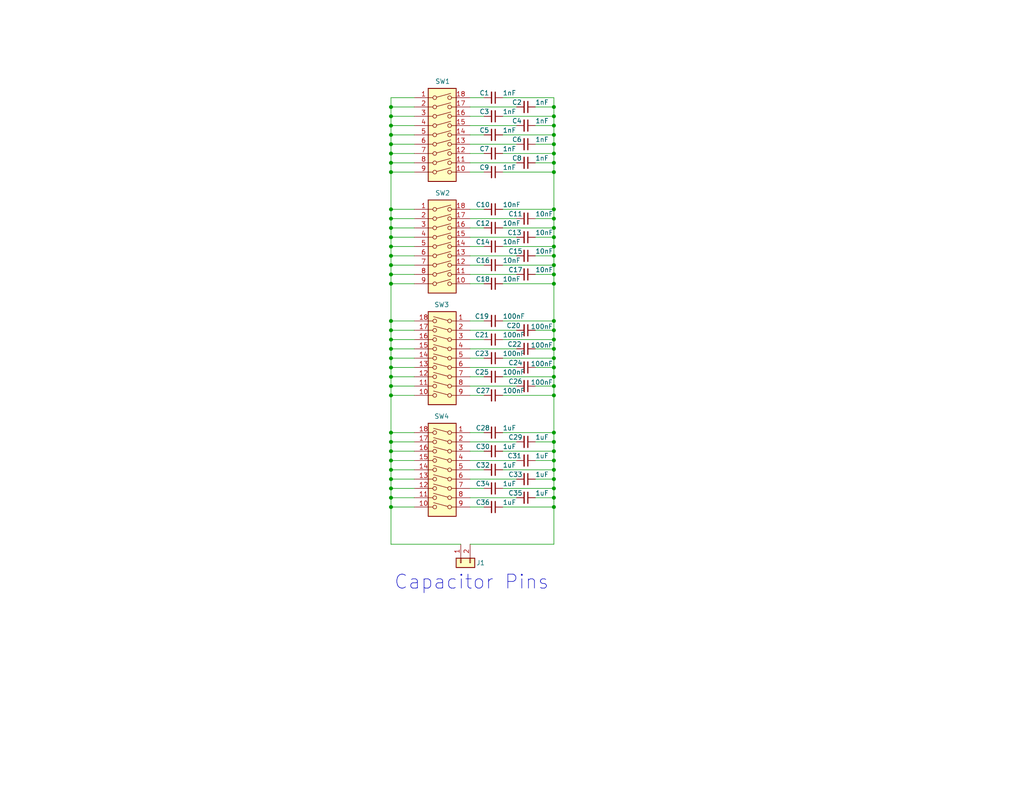
<source format=kicad_sch>
(kicad_sch (version 20231120) (generator "eeschema") (generator_version "8.0")
  (paper "A")
  (title_block (title "Capacitor Bank") (date "2024-07-31") (rev "1") (company "Gadget Reboot") (comment 1 "https://www.youtube.com/gadgetreboot") (comment 2 "https://github.com/GadgetReboot/Capacitor_Bank"))
  (lib_symbols
    (symbol "Connector_Generic:Conn_01x02" (pin_names (offset 1.016) hide)
      (property "Reference" "J" (at 0 2.54 0))
      (property "Value" "Conn_01x02" (at 0 -5.08 0))
      (symbol "Conn_01x02_1_1"
        (rectangle (start -1.27 -2.413) (end 0 -2.667) (stroke (width 0.1524)))
        (rectangle (start -1.27 0.127) (end 0 -0.127) (stroke (width 0.1524)))
        (rectangle (start -1.27 1.27) (end 1.27 -3.81) (stroke (width 0.254)) (fill (type background)))
        (pin passive line (at -5.08 0 0) (length 3.81) (name "Pin_1") (number "1"))
        (pin passive line (at -5.08 -2.54 0) (length 3.81) (name "Pin_2") (number "2"))
      )
    )
    (symbol "Device:C_Small" (pin_numbers hide) (pin_names (offset 0.254) hide)
      (property "Reference" "C" (at 0.254 1.778 0))
      (property "Value" "C_Small" (at 0.254 -2.032 0))
      (symbol "C_Small_0_1"
        (polyline (pts (xy -1.524 -0.508) (xy 1.524 -0.508)) (stroke (width 0.3302)))
        (polyline (pts (xy -1.524 0.508) (xy 1.524 0.508)) (stroke (width 0.3048)))
      )
      (symbol "C_Small_1_1"
        (pin passive line (at 0 2.54 270) (length 2.032) (name "~") (number "1"))
        (pin passive line (at 0 -2.54 90) (length 2.032) (name "~") (number "2"))
      )
    )
    (symbol "Switch:SW_DIP_x09" (pin_names (offset 0) hide)
      (property "Reference" "SW" (at 0 13.97 0))
      (property "Value" "SW_DIP_x09" (at 0 -13.97 0))
      (symbol "SW_DIP_x09_0_0"
        (circle (center -2.032 -10.16) (radius 0.508))
        (circle (center -2.032 -7.62) (radius 0.508))
        (circle (center -2.032 -5.08) (radius 0.508))
        (circle (center -2.032 -2.54) (radius 0.508))
        (circle (center -2.032 0) (radius 0.508))
        (circle (center -2.032 2.54) (radius 0.508))
        (circle (center -2.032 5.08) (radius 0.508))
        (circle (center -2.032 7.62) (radius 0.508))
        (circle (center -2.032 10.16) (radius 0.508))
        (polyline (pts (xy -1.524 -10.0076) (xy 2.3622 -8.9662)))
        (polyline (pts (xy -1.524 -7.4676) (xy 2.3622 -6.4262)))
        (polyline (pts (xy -1.524 -4.9276) (xy 2.3622 -3.8862)))
        (polyline (pts (xy -1.524 -2.3876) (xy 2.3622 -1.3462)))
        (polyline (pts (xy -1.524 0.127) (xy 2.3622 1.1684)))
        (polyline (pts (xy -1.524 2.667) (xy 2.3622 3.7084)))
        (polyline (pts (xy -1.524 5.207) (xy 2.3622 6.2484)))
        (polyline (pts (xy -1.524 7.747) (xy 2.3622 8.7884)))
        (polyline (pts (xy -1.524 10.287) (xy 2.3622 11.3284)))
        (circle (center 2.032 -10.16) (radius 0.508))
        (circle (center 2.032 -7.62) (radius 0.508))
        (circle (center 2.032 -5.08) (radius 0.508))
        (circle (center 2.032 -2.54) (radius 0.508))
        (circle (center 2.032 0) (radius 0.508))
        (circle (center 2.032 2.54) (radius 0.508))
        (circle (center 2.032 5.08) (radius 0.508))
        (circle (center 2.032 7.62) (radius 0.508))
        (circle (center 2.032 10.16) (radius 0.508))
      )
      (symbol "SW_DIP_x09_0_1"
        (rectangle (start -3.81 12.7) (end 3.81 -12.7) (stroke (width 0.254)) (fill (type background)))
      )
      (symbol "SW_DIP_x09_1_1"
        (pin passive line (at -7.62 10.16 0) (length 5.08) (name "~") (number "1"))
        (pin passive line (at 7.62 -10.16 180) (length 5.08) (name "~") (number "10"))
        (pin passive line (at 7.62 -7.62 180) (length 5.08) (name "~") (number "11"))
        (pin passive line (at 7.62 -5.08 180) (length 5.08) (name "~") (number "12"))
        (pin passive line (at 7.62 -2.54 180) (length 5.08) (name "~") (number "13"))
        (pin passive line (at 7.62 0 180) (length 5.08) (name "~") (number "14"))
        (pin passive line (at 7.62 2.54 180) (length 5.08) (name "~") (number "15"))
        (pin passive line (at 7.62 5.08 180) (length 5.08) (name "~") (number "16"))
        (pin passive line (at 7.62 7.62 180) (length 5.08) (name "~") (number "17"))
        (pin passive line (at 7.62 10.16 180) (length 5.08) (name "~") (number "18"))
        (pin passive line (at -7.62 7.62 0) (length 5.08) (name "~") (number "2"))
        (pin passive line (at -7.62 5.08 0) (length 5.08) (name "~") (number "3"))
        (pin passive line (at -7.62 2.54 0) (length 5.08) (name "~") (number "4"))
        (pin passive line (at -7.62 0 0) (length 5.08) (name "~") (number "5"))
        (pin passive line (at -7.62 -2.54 0) (length 5.08) (name "~") (number "6"))
        (pin passive line (at -7.62 -5.08 0) (length 5.08) (name "~") (number "7"))
        (pin passive line (at -7.62 -7.62 0) (length 5.08) (name "~") (number "8"))
        (pin passive line (at -7.62 -10.16 0) (length 5.08) (name "~") (number "9"))
      )
    )
  )
  (junction (at 151.13 130.81))
  (junction (at 151.13 120.65))
  (junction (at 106.68 125.73))
  (junction (at 151.13 92.71))
  (junction (at 151.13 118.11))
  (junction (at 151.13 44.45))
  (junction (at 106.68 44.45))
  (junction (at 106.68 120.65))
  (junction (at 151.13 90.17))
  (junction (at 106.68 118.11))
  (junction (at 151.13 95.25))
  (junction (at 106.68 87.63))
  (junction (at 151.13 87.63))
  (junction (at 151.13 29.21))
  (junction (at 151.13 74.93))
  (junction (at 151.13 57.15))
  (junction (at 151.13 77.47))
  (junction (at 106.68 46.99))
  (junction (at 151.13 41.91))
  (junction (at 106.68 41.91))
  (junction (at 151.13 135.89))
  (junction (at 106.68 102.87))
  (junction (at 106.68 39.37))
  (junction (at 151.13 39.37))
  (junction (at 106.68 107.95))
  (junction (at 106.68 90.17))
  (junction (at 151.13 100.33))
  (junction (at 106.68 57.15))
  (junction (at 106.68 133.35))
  (junction (at 151.13 64.77))
  (junction (at 151.13 31.75))
  (junction (at 106.68 105.41))
  (junction (at 151.13 125.73))
  (junction (at 106.68 72.39))
  (junction (at 106.68 34.29))
  (junction (at 151.13 102.87))
  (junction (at 106.68 138.43))
  (junction (at 106.68 135.89))
  (junction (at 151.13 123.19))
  (junction (at 151.13 69.85))
  (junction (at 106.68 69.85))
  (junction (at 106.68 130.81))
  (junction (at 151.13 105.41))
  (junction (at 151.13 62.23))
  (junction (at 106.68 64.77))
  (junction (at 151.13 34.29))
  (junction (at 106.68 123.19))
  (junction (at 106.68 62.23))
  (junction (at 151.13 133.35))
  (junction (at 151.13 46.99))
  (junction (at 106.68 59.69))
  (junction (at 106.68 29.21))
  (junction (at 106.68 67.31))
  (junction (at 106.68 97.79))
  (junction (at 151.13 72.39))
  (junction (at 106.68 100.33))
  (junction (at 151.13 138.43))
  (junction (at 151.13 97.79))
  (junction (at 106.68 128.27))
  (junction (at 106.68 74.93))
  (junction (at 151.13 36.83))
  (junction (at 151.13 128.27))
  (junction (at 106.68 95.25))
  (junction (at 151.13 107.95))
  (junction (at 151.13 59.69))
  (junction (at 106.68 92.71))
  (junction (at 106.68 77.47))
  (junction (at 106.68 31.75))
  (junction (at 151.13 67.31))
  (junction (at 106.68 36.83))
  (wire (pts (xy 106.68 130.81) (xy 106.68 128.27)))
  (wire (pts (xy 106.68 135.89) (xy 113.03 135.89)))
  (wire (pts (xy 106.68 62.23) (xy 106.68 59.69)))
  (wire (pts (xy 128.27 74.93) (xy 140.97 74.93)))
  (wire (pts (xy 146.05 59.69) (xy 151.13 59.69)))
  (wire (pts (xy 128.27 125.73) (xy 140.97 125.73)))
  (wire (pts (xy 106.68 130.81) (xy 113.03 130.81)))
  (wire (pts (xy 106.68 128.27) (xy 113.03 128.27)))
  (wire (pts (xy 146.05 120.65) (xy 151.13 120.65)))
  (wire (pts (xy 128.27 59.69) (xy 140.97 59.69)))
  (wire (pts (xy 146.05 95.25) (xy 151.13 95.25)))
  (wire (pts (xy 106.68 87.63) (xy 113.03 87.63)))
  (wire (pts (xy 106.68 95.25) (xy 106.68 92.71)))
  (wire (pts (xy 106.68 105.41) (xy 106.68 102.87)))
  (wire (pts (xy 128.27 90.17) (xy 140.97 90.17)))
  (wire (pts (xy 151.13 107.95) (xy 151.13 105.41)))
  (wire (pts (xy 146.05 34.29) (xy 151.13 34.29)))
  (wire (pts (xy 106.68 118.11) (xy 113.03 118.11)))
  (wire (pts (xy 106.68 41.91) (xy 113.03 41.91)))
  (wire (pts (xy 128.27 95.25) (xy 140.97 95.25)))
  (wire (pts (xy 151.13 125.73) (xy 151.13 123.19)))
  (wire (pts (xy 106.68 133.35) (xy 113.03 133.35)))
  (wire (pts (xy 106.68 77.47) (xy 106.68 87.63)))
  (wire (pts (xy 106.68 100.33) (xy 106.68 97.79)))
  (wire (pts (xy 106.68 100.33) (xy 113.03 100.33)))
  (wire (pts (xy 128.27 105.41) (xy 140.97 105.41)))
  (wire (pts (xy 128.27 133.35) (xy 132.08 133.35)))
  (wire (pts (xy 106.68 92.71) (xy 106.68 90.17)))
  (wire (pts (xy 137.16 128.27) (xy 151.13 128.27)))
  (wire (pts (xy 137.16 92.71) (xy 151.13 92.71)))
  (wire (pts (xy 106.68 133.35) (xy 106.68 130.81)))
  (wire (pts (xy 128.27 36.83) (xy 132.08 36.83)))
  (wire (pts (xy 106.68 31.75) (xy 106.68 29.21)))
  (wire (pts (xy 106.68 36.83) (xy 106.68 34.29)))
  (wire (pts (xy 137.16 41.91) (xy 151.13 41.91)))
  (wire (pts (xy 146.05 135.89) (xy 151.13 135.89)))
  (wire (pts (xy 106.68 74.93) (xy 113.03 74.93)))
  (wire (pts (xy 128.27 107.95) (xy 132.08 107.95)))
  (wire (pts (xy 146.05 64.77) (xy 151.13 64.77)))
  (wire (pts (xy 146.05 125.73) (xy 151.13 125.73)))
  (wire (pts (xy 106.68 59.69) (xy 113.03 59.69)))
  (wire (pts (xy 106.68 77.47) (xy 106.68 74.93)))
  (wire (pts (xy 128.27 138.43) (xy 132.08 138.43)))
  (wire (pts (xy 151.13 128.27) (xy 151.13 125.73)))
  (wire (pts (xy 128.27 31.75) (xy 132.08 31.75)))
  (wire (pts (xy 128.27 123.19) (xy 132.08 123.19)))
  (wire (pts (xy 113.03 107.95) (xy 106.68 107.95)))
  (wire (pts (xy 106.68 148.59) (xy 125.73 148.59)))
  (wire (pts (xy 151.13 69.85) (xy 151.13 67.31)))
  (wire (pts (xy 106.68 46.99) (xy 106.68 44.45)))
  (wire (pts (xy 106.68 97.79) (xy 113.03 97.79)))
  (wire (pts (xy 128.27 57.15) (xy 132.08 57.15)))
  (wire (pts (xy 137.16 46.99) (xy 151.13 46.99)))
  (wire (pts (xy 137.16 26.67) (xy 151.13 26.67)))
  (wire (pts (xy 151.13 46.99) (xy 151.13 44.45)))
  (wire (pts (xy 128.27 148.59) (xy 151.13 148.59)))
  (wire (pts (xy 106.68 29.21) (xy 106.68 26.67)))
  (wire (pts (xy 128.27 39.37) (xy 140.97 39.37)))
  (wire (pts (xy 128.27 62.23) (xy 132.08 62.23)))
  (wire (pts (xy 151.13 67.31) (xy 151.13 64.77)))
  (wire (pts (xy 151.13 148.59) (xy 151.13 138.43)))
  (wire (pts (xy 106.68 72.39) (xy 113.03 72.39)))
  (wire (pts (xy 106.68 69.85) (xy 106.68 67.31)))
  (wire (pts (xy 151.13 92.71) (xy 151.13 90.17)))
  (wire (pts (xy 151.13 41.91) (xy 151.13 39.37)))
  (wire (pts (xy 113.03 138.43) (xy 106.68 138.43)))
  (wire (pts (xy 146.05 29.21) (xy 151.13 29.21)))
  (wire (pts (xy 106.68 102.87) (xy 106.68 100.33)))
  (wire (pts (xy 128.27 128.27) (xy 132.08 128.27)))
  (wire (pts (xy 137.16 102.87) (xy 151.13 102.87)))
  (wire (pts (xy 106.68 125.73) (xy 113.03 125.73)))
  (wire (pts (xy 151.13 72.39) (xy 151.13 69.85)))
  (wire (pts (xy 128.27 26.67) (xy 132.08 26.67)))
  (wire (pts (xy 128.27 64.77) (xy 140.97 64.77)))
  (wire (pts (xy 106.68 102.87) (xy 113.03 102.87)))
  (wire (pts (xy 106.68 138.43) (xy 106.68 135.89)))
  (wire (pts (xy 151.13 138.43) (xy 151.13 135.89)))
  (wire (pts (xy 106.68 107.95) (xy 106.68 105.41)))
  (wire (pts (xy 106.68 39.37) (xy 113.03 39.37)))
  (wire (pts (xy 151.13 36.83) (xy 151.13 34.29)))
  (wire (pts (xy 146.05 74.93) (xy 151.13 74.93)))
  (wire (pts (xy 113.03 46.99) (xy 106.68 46.99)))
  (wire (pts (xy 151.13 90.17) (xy 151.13 87.63)))
  (wire (pts (xy 128.27 34.29) (xy 140.97 34.29)))
  (wire (pts (xy 137.16 36.83) (xy 151.13 36.83)))
  (wire (pts (xy 106.68 62.23) (xy 113.03 62.23)))
  (wire (pts (xy 151.13 97.79) (xy 151.13 95.25)))
  (wire (pts (xy 128.27 118.11) (xy 132.08 118.11)))
  (wire (pts (xy 106.68 120.65) (xy 113.03 120.65)))
  (wire (pts (xy 106.68 135.89) (xy 106.68 133.35)))
  (wire (pts (xy 128.27 77.47) (xy 132.08 77.47)))
  (wire (pts (xy 137.16 107.95) (xy 151.13 107.95)))
  (wire (pts (xy 128.27 44.45) (xy 140.97 44.45)))
  (wire (pts (xy 106.68 26.67) (xy 113.03 26.67)))
  (wire (pts (xy 137.16 67.31) (xy 151.13 67.31)))
  (wire (pts (xy 106.68 125.73) (xy 106.68 123.19)))
  (wire (pts (xy 106.68 39.37) (xy 106.68 36.83)))
  (wire (pts (xy 146.05 130.81) (xy 151.13 130.81)))
  (wire (pts (xy 137.16 133.35) (xy 151.13 133.35)))
  (wire (pts (xy 106.68 120.65) (xy 106.68 118.11)))
  (wire (pts (xy 146.05 69.85) (xy 151.13 69.85)))
  (wire (pts (xy 137.16 97.79) (xy 151.13 97.79)))
  (wire (pts (xy 106.68 74.93) (xy 106.68 72.39)))
  (wire (pts (xy 106.68 128.27) (xy 106.68 125.73)))
  (wire (pts (xy 137.16 118.11) (xy 151.13 118.11)))
  (wire (pts (xy 151.13 102.87) (xy 151.13 100.33)))
  (wire (pts (xy 106.68 92.71) (xy 113.03 92.71)))
  (wire (pts (xy 137.16 123.19) (xy 151.13 123.19)))
  (wire (pts (xy 128.27 46.99) (xy 132.08 46.99)))
  (wire (pts (xy 106.68 44.45) (xy 113.03 44.45)))
  (wire (pts (xy 151.13 118.11) (xy 151.13 107.95)))
  (wire (pts (xy 106.68 95.25) (xy 113.03 95.25)))
  (wire (pts (xy 151.13 130.81) (xy 151.13 128.27)))
  (wire (pts (xy 128.27 100.33) (xy 140.97 100.33)))
  (wire (pts (xy 137.16 72.39) (xy 151.13 72.39)))
  (wire (pts (xy 146.05 100.33) (xy 151.13 100.33)))
  (wire (pts (xy 151.13 59.69) (xy 151.13 57.15)))
  (wire (pts (xy 106.68 44.45) (xy 106.68 41.91)))
  (wire (pts (xy 128.27 67.31) (xy 132.08 67.31)))
  (wire (pts (xy 151.13 95.25) (xy 151.13 92.71)))
  (wire (pts (xy 151.13 133.35) (xy 151.13 130.81)))
  (wire (pts (xy 128.27 97.79) (xy 132.08 97.79)))
  (wire (pts (xy 151.13 120.65) (xy 151.13 118.11)))
  (wire (pts (xy 151.13 105.41) (xy 151.13 102.87)))
  (wire (pts (xy 128.27 92.71) (xy 132.08 92.71)))
  (wire (pts (xy 151.13 74.93) (xy 151.13 72.39)))
  (wire (pts (xy 151.13 44.45) (xy 151.13 41.91)))
  (wire (pts (xy 106.68 72.39) (xy 106.68 69.85)))
  (wire (pts (xy 151.13 29.21) (xy 151.13 26.67)))
  (wire (pts (xy 106.68 67.31) (xy 106.68 64.77)))
  (wire (pts (xy 128.27 120.65) (xy 140.97 120.65)))
  (wire (pts (xy 137.16 138.43) (xy 151.13 138.43)))
  (wire (pts (xy 106.68 29.21) (xy 113.03 29.21)))
  (wire (pts (xy 151.13 31.75) (xy 151.13 29.21)))
  (wire (pts (xy 106.68 123.19) (xy 113.03 123.19)))
  (wire (pts (xy 146.05 44.45) (xy 151.13 44.45)))
  (wire (pts (xy 137.16 77.47) (xy 151.13 77.47)))
  (wire (pts (xy 106.68 90.17) (xy 106.68 87.63)))
  (wire (pts (xy 113.03 77.47) (xy 106.68 77.47)))
  (wire (pts (xy 106.68 59.69) (xy 106.68 57.15)))
  (wire (pts (xy 106.68 69.85) (xy 113.03 69.85)))
  (wire (pts (xy 106.68 67.31) (xy 113.03 67.31)))
  (wire (pts (xy 151.13 64.77) (xy 151.13 62.23)))
  (wire (pts (xy 106.68 57.15) (xy 113.03 57.15)))
  (wire (pts (xy 146.05 39.37) (xy 151.13 39.37)))
  (wire (pts (xy 151.13 77.47) (xy 151.13 74.93)))
  (wire (pts (xy 151.13 57.15) (xy 151.13 46.99)))
  (wire (pts (xy 151.13 123.19) (xy 151.13 120.65)))
  (wire (pts (xy 128.27 72.39) (xy 132.08 72.39)))
  (wire (pts (xy 106.68 36.83) (xy 113.03 36.83)))
  (wire (pts (xy 128.27 130.81) (xy 140.97 130.81)))
  (wire (pts (xy 151.13 135.89) (xy 151.13 133.35)))
  (wire (pts (xy 128.27 29.21) (xy 140.97 29.21)))
  (wire (pts (xy 151.13 34.29) (xy 151.13 31.75)))
  (wire (pts (xy 106.68 46.99) (xy 106.68 57.15)))
  (wire (pts (xy 106.68 90.17) (xy 113.03 90.17)))
  (wire (pts (xy 106.68 107.95) (xy 106.68 118.11)))
  (wire (pts (xy 128.27 102.87) (xy 132.08 102.87)))
  (wire (pts (xy 106.68 148.59) (xy 106.68 138.43)))
  (wire (pts (xy 146.05 105.41) (xy 151.13 105.41)))
  (wire (pts (xy 151.13 39.37) (xy 151.13 36.83)))
  (wire (pts (xy 151.13 87.63) (xy 151.13 77.47)))
  (wire (pts (xy 137.16 87.63) (xy 151.13 87.63)))
  (wire (pts (xy 106.68 64.77) (xy 113.03 64.77)))
  (wire (pts (xy 106.68 64.77) (xy 106.68 62.23)))
  (wire (pts (xy 137.16 31.75) (xy 151.13 31.75)))
  (wire (pts (xy 106.68 34.29) (xy 113.03 34.29)))
  (wire (pts (xy 106.68 123.19) (xy 106.68 120.65)))
  (wire (pts (xy 128.27 41.91) (xy 132.08 41.91)))
  (wire (pts (xy 106.68 31.75) (xy 113.03 31.75)))
  (wire (pts (xy 151.13 62.23) (xy 151.13 59.69)))
  (wire (pts (xy 151.13 100.33) (xy 151.13 97.79)))
  (wire (pts (xy 137.16 62.23) (xy 151.13 62.23)))
  (wire (pts (xy 128.27 69.85) (xy 140.97 69.85)))
  (wire (pts (xy 106.68 97.79) (xy 106.68 95.25)))
  (wire (pts (xy 146.05 90.17) (xy 151.13 90.17)))
  (wire (pts (xy 137.16 57.15) (xy 151.13 57.15)))
  (wire (pts (xy 128.27 135.89) (xy 140.97 135.89)))
  (wire (pts (xy 106.68 105.41) (xy 113.03 105.41)))
  (wire (pts (xy 128.27 87.63) (xy 132.08 87.63)))
  (wire (pts (xy 106.68 41.91) (xy 106.68 39.37)))
  (wire (pts (xy 106.68 34.29) (xy 106.68 31.75)))
  (text "Capacitor Pins" (at 107.442 161.29 0) (effects (font (size 3.81 3.81)) (justify left bottom)))
  (symbol (lib_id "Device:C_Small") (at 134.62 41.91 270) (unit 1)
    (property "Reference" "C7" (at 130.81 40.64 90) (effects (justify left)))
    (property "Value" "1nF" (at 137.16 40.64 90) (effects (justify left)))
    (property "Footprint" "Capacitor_THT:C_Disc_D4.7mm_W2.5mm_P5.00mm" (effects (hide yes)))
  )
  (symbol (lib_id "Device:C_Small") (at 134.62 102.87 270) (unit 1)
    (property "Reference" "C25" (at 129.54 101.6 90) (effects (justify left)))
    (property "Value" "100nF" (at 137.16 101.6 90) (effects (justify left)))
    (property "Footprint" "Capacitor_THT:C_Disc_D10.5mm_W5.0mm_P7.50mm" (effects (hide yes)))
  )
  (symbol (lib_id "Device:C_Small") (at 134.62 67.31 270) (unit 1)
    (property "Reference" "C14" (at 129.794 66.04 90) (effects (justify left)))
    (property "Value" "10nF" (at 137.16 66.04 90) (effects (justify left)))
    (property "Footprint" "Capacitor_THT:C_Disc_D4.7mm_W2.5mm_P5.00mm" (effects (hide yes)))
  )
  (symbol (lib_id "Device:C_Small") (at 143.51 74.93 270) (unit 1)
    (property "Reference" "C17" (at 138.684 73.66 90) (effects (justify left)))
    (property "Value" "10nF" (at 146.05 73.66 90) (effects (justify left)))
    (property "Footprint" "Capacitor_THT:C_Disc_D4.7mm_W2.5mm_P5.00mm" (effects (hide yes)))
  )
  (symbol (lib_id "Device:C_Small") (at 134.62 97.79 270) (unit 1)
    (property "Reference" "C23" (at 129.54 96.52 90) (effects (justify left)))
    (property "Value" "100nF" (at 137.16 96.52 90) (effects (justify left)))
    (property "Footprint" "Capacitor_THT:C_Disc_D10.5mm_W5.0mm_P7.50mm" (effects (hide yes)))
  )
  (symbol (lib_id "Device:C_Small") (at 134.62 26.67 270) (unit 1)
    (property "Reference" "C1" (at 130.81 25.4 90) (effects (justify left)))
    (property "Value" "1nF" (at 137.16 25.4 90) (effects (justify left)))
    (property "Footprint" "Capacitor_THT:C_Disc_D4.7mm_W2.5mm_P5.00mm" (effects (hide yes)))
  )
  (symbol (lib_id "Device:C_Small") (at 134.62 138.43 270) (unit 1)
    (property "Reference" "C36" (at 129.794 137.16 90) (effects (justify left)))
    (property "Value" "1uF" (at 137.16 137.16 90) (effects (justify left)))
    (property "Footprint" "Capacitor_THT:C_Rect_L16.5mm_W5.0mm_P15.00mm_MKT" (effects (hide yes)))
  )
  (symbol (lib_id "Device:C_Small") (at 134.62 128.27 270) (unit 1)
    (property "Reference" "C32" (at 129.794 127 90) (effects (justify left)))
    (property "Value" "1uF" (at 137.16 127 90) (effects (justify left)))
    (property "Footprint" "Capacitor_THT:C_Rect_L16.5mm_W5.0mm_P15.00mm_MKT" (effects (hide yes)))
  )
  (symbol (lib_id "Device:C_Small") (at 143.51 69.85 270) (unit 1)
    (property "Reference" "C15" (at 138.684 68.58 90) (effects (justify left)))
    (property "Value" "10nF" (at 146.05 68.58 90) (effects (justify left)))
    (property "Footprint" "Capacitor_THT:C_Disc_D4.7mm_W2.5mm_P5.00mm" (effects (hide yes)))
  )
  (symbol (lib_id "Device:C_Small") (at 143.51 95.25 270) (unit 1)
    (property "Reference" "C22" (at 138.43 93.98 90) (effects (justify left)))
    (property "Value" "100nF" (at 144.78 94.234 90) (effects (justify left)))
    (property "Footprint" "Capacitor_THT:C_Disc_D10.5mm_W5.0mm_P7.50mm" (effects (hide yes)))
  )
  (symbol (lib_id "Device:C_Small") (at 143.51 29.21 270) (unit 1)
    (property "Reference" "C2" (at 139.7 27.94 90) (effects (justify left)))
    (property "Value" "1nF" (at 146.05 27.94 90) (effects (justify left)))
    (property "Footprint" "Capacitor_THT:C_Disc_D4.7mm_W2.5mm_P5.00mm" (effects (hide yes)))
  )
  (symbol (lib_id "Switch:SW_DIP_x09") (at 120.65 97.79 0) (mirror y) (unit 1)
    (property "Reference" "SW3" (at 120.523 83.185 0))
    (property "Value" "SW_DIP_x09" (effects (hide yes)))
    (property "Footprint" "Button_Switch_THT:SW_DIP_SPSTx09_Slide_9.78x25.04mm_W7.62mm_P2.54mm" (effects (hide yes)))
    (property "Description" "9x DIP Switch, Single Pole Single Throw (SPST) switch, small symbol" (effects (hide yes)))
  )
  (symbol (lib_id "Device:C_Small") (at 143.51 90.17 270) (unit 1)
    (property "Reference" "C20" (at 138.176 88.9 90) (effects (justify left)))
    (property "Value" "100nF" (at 144.78 89.154 90) (effects (justify left)))
    (property "Footprint" "Capacitor_THT:C_Disc_D10.5mm_W5.0mm_P7.50mm" (effects (hide yes)))
  )
  (symbol (lib_id "Device:C_Small") (at 143.51 125.73 270) (unit 1)
    (property "Reference" "C31" (at 138.43 124.46 90) (effects (justify left)))
    (property "Value" "1uF" (at 146.05 124.46 90) (effects (justify left)))
    (property "Footprint" "Capacitor_THT:C_Rect_L16.5mm_W5.0mm_P15.00mm_MKT" (effects (hide yes)))
  )
  (symbol (lib_id "Device:C_Small") (at 134.62 46.99 270) (unit 1)
    (property "Reference" "C9" (at 130.81 45.72 90) (effects (justify left)))
    (property "Value" "1nF" (at 137.16 45.72 90) (effects (justify left)))
    (property "Footprint" "Capacitor_THT:C_Disc_D4.7mm_W2.5mm_P5.00mm" (effects (hide yes)))
  )
  (symbol (lib_id "Device:C_Small") (at 134.62 118.11 270) (unit 1)
    (property "Reference" "C28" (at 129.794 116.84 90) (effects (justify left)))
    (property "Value" "1uF" (at 137.16 116.84 90) (effects (justify left)))
    (property "Footprint" "Capacitor_THT:C_Rect_L16.5mm_W5.0mm_P15.00mm_MKT" (effects (hide yes)))
  )
  (symbol (lib_id "Device:C_Small") (at 134.62 57.15 270) (unit 1)
    (property "Reference" "C10" (at 129.794 55.88 90) (effects (justify left)))
    (property "Value" "10nF" (at 137.16 55.88 90) (effects (justify left)))
    (property "Footprint" "Capacitor_THT:C_Disc_D4.7mm_W2.5mm_P5.00mm" (effects (hide yes)))
  )
  (symbol (lib_id "Connector_Generic:Conn_01x02") (at 125.73 153.67 90) (mirror x) (unit 1)
    (property "Reference" "J1" (at 132.3339 153.67 90) (effects (justify left)))
    (property "Value" "Conn_01x02" (effects (hide yes)))
    (property "Footprint" "Connector_PinHeader_2.54mm:PinHeader_1x02_P2.54mm_Vertical" (effects (hide yes)))
    (property "Description" "Generic connector, single row, 01x02, script generated (kicad-library-utils/schlib/autogen/connector/)" (effects (hide yes)))
  )
  (symbol (lib_id "Device:C_Small") (at 134.62 123.19 270) (unit 1)
    (property "Reference" "C30" (at 129.794 121.92 90) (effects (justify left)))
    (property "Value" "1uF" (at 137.16 121.92 90) (effects (justify left)))
    (property "Footprint" "Capacitor_THT:C_Rect_L16.5mm_W5.0mm_P15.00mm_MKT" (effects (hide yes)))
  )
  (symbol (lib_id "Device:C_Small") (at 134.62 62.23 270) (unit 1)
    (property "Reference" "C12" (at 129.794 60.96 90) (effects (justify left)))
    (property "Value" "10nF" (at 137.16 60.96 90) (effects (justify left)))
    (property "Footprint" "Capacitor_THT:C_Disc_D4.7mm_W2.5mm_P5.00mm" (effects (hide yes)))
  )
  (symbol (lib_id "Device:C_Small") (at 143.51 59.69 270) (unit 1)
    (property "Reference" "C11" (at 138.684 58.42 90) (effects (justify left)))
    (property "Value" "10nF" (at 146.05 58.42 90) (effects (justify left)))
    (property "Footprint" "Capacitor_THT:C_Disc_D4.7mm_W2.5mm_P5.00mm" (effects (hide yes)))
  )
  (symbol (lib_id "Device:C_Small") (at 134.62 87.63 270) (unit 1)
    (property "Reference" "C19" (at 129.54 86.36 90) (effects (justify left)))
    (property "Value" "100nF" (at 137.16 86.36 90) (effects (justify left)))
    (property "Footprint" "Capacitor_THT:C_Disc_D10.5mm_W5.0mm_P7.50mm" (effects (hide yes)))
  )
  (symbol (lib_id "Device:C_Small") (at 143.51 100.33 270) (unit 1)
    (property "Reference" "C24" (at 138.684 99.06 90) (effects (justify left)))
    (property "Value" "100nF" (at 144.78 99.314 90) (effects (justify left)))
    (property "Footprint" "Capacitor_THT:C_Disc_D10.5mm_W5.0mm_P7.50mm" (effects (hide yes)))
  )
  (symbol (lib_id "Device:C_Small") (at 143.51 34.29 270) (unit 1)
    (property "Reference" "C4" (at 139.7 33.02 90) (effects (justify left)))
    (property "Value" "1nF" (at 146.05 33.02 90) (effects (justify left)))
    (property "Footprint" "Capacitor_THT:C_Disc_D4.7mm_W2.5mm_P5.00mm" (effects (hide yes)))
  )
  (symbol (lib_id "Device:C_Small") (at 143.51 105.41 270) (unit 1)
    (property "Reference" "C26" (at 138.684 104.14 90) (effects (justify left)))
    (property "Value" "100nF" (at 144.78 104.394 90) (effects (justify left)))
    (property "Footprint" "Capacitor_THT:C_Disc_D10.5mm_W5.0mm_P7.50mm" (effects (hide yes)))
  )
  (symbol (lib_id "Device:C_Small") (at 134.62 31.75 270) (unit 1)
    (property "Reference" "C3" (at 130.81 30.48 90) (effects (justify left)))
    (property "Value" "1nF" (at 137.16 30.48 90) (effects (justify left)))
    (property "Footprint" "Capacitor_THT:C_Disc_D4.7mm_W2.5mm_P5.00mm" (effects (hide yes)))
  )
  (symbol (lib_id "Device:C_Small") (at 143.51 64.77 270) (unit 1)
    (property "Reference" "C13" (at 138.43 63.5 90) (effects (justify left)))
    (property "Value" "10nF" (at 146.05 63.5 90) (effects (justify left)))
    (property "Footprint" "Capacitor_THT:C_Disc_D4.7mm_W2.5mm_P5.00mm" (effects (hide yes)))
  )
  (symbol (lib_id "Device:C_Small") (at 134.62 107.95 270) (unit 1)
    (property "Reference" "C27" (at 129.794 106.68 90) (effects (justify left)))
    (property "Value" "100nF" (at 137.16 106.68 90) (effects (justify left)))
    (property "Footprint" "Capacitor_THT:C_Disc_D10.5mm_W5.0mm_P7.50mm" (effects (hide yes)))
  )
  (symbol (lib_id "Device:C_Small") (at 143.51 135.89 270) (unit 1)
    (property "Reference" "C35" (at 138.684 134.62 90) (effects (justify left)))
    (property "Value" "1uF" (at 146.05 134.62 90) (effects (justify left)))
    (property "Footprint" "Capacitor_THT:C_Rect_L16.5mm_W5.0mm_P15.00mm_MKT" (effects (hide yes)))
  )
  (symbol (lib_id "Device:C_Small") (at 143.51 120.65 270) (unit 1)
    (property "Reference" "C29" (at 138.684 119.38 90) (effects (justify left)))
    (property "Value" "1uF" (at 146.05 119.38 90) (effects (justify left)))
    (property "Footprint" "Capacitor_THT:C_Rect_L16.5mm_W5.0mm_P15.00mm_MKT" (effects (hide yes)))
  )
  (symbol (lib_id "Device:C_Small") (at 134.62 92.71 270) (unit 1)
    (property "Reference" "C21" (at 129.54 91.44 90) (effects (justify left)))
    (property "Value" "100nF" (at 137.16 91.44 90) (effects (justify left)))
    (property "Footprint" "Capacitor_THT:C_Disc_D10.5mm_W5.0mm_P7.50mm" (effects (hide yes)))
  )
  (symbol (lib_id "Device:C_Small") (at 134.62 36.83 270) (unit 1)
    (property "Reference" "C5" (at 130.81 35.56 90) (effects (justify left)))
    (property "Value" "1nF" (at 137.16 35.56 90) (effects (justify left)))
    (property "Footprint" "Capacitor_THT:C_Disc_D4.7mm_W2.5mm_P5.00mm" (effects (hide yes)))
  )
  (symbol (lib_id "Switch:SW_DIP_x09") (at 120.65 128.27 0) (mirror y) (unit 1)
    (property "Reference" "SW4" (at 120.523 113.665 0))
    (property "Value" "SW_DIP_x09" (effects (hide yes)))
    (property "Footprint" "Button_Switch_THT:SW_DIP_SPSTx09_Slide_9.78x25.04mm_W7.62mm_P2.54mm" (effects (hide yes)))
    (property "Description" "9x DIP Switch, Single Pole Single Throw (SPST) switch, small symbol" (effects (hide yes)))
  )
  (symbol (lib_id "Device:C_Small") (at 134.62 133.35 270) (unit 1)
    (property "Reference" "C34" (at 129.794 132.08 90) (effects (justify left)))
    (property "Value" "1uF" (at 137.16 132.08 90) (effects (justify left)))
    (property "Footprint" "Capacitor_THT:C_Rect_L16.5mm_W5.0mm_P15.00mm_MKT" (effects (hide yes)))
  )
  (symbol (lib_id "Switch:SW_DIP_x09") (at 120.65 36.83 0) (unit 1)
    (property "Reference" "SW1" (at 120.777 22.225 0))
    (property "Value" "SW_DIP_x09" (effects (hide yes)))
    (property "Footprint" "Button_Switch_THT:SW_DIP_SPSTx09_Slide_9.78x25.04mm_W7.62mm_P2.54mm" (effects (hide yes)))
    (property "Description" "9x DIP Switch, Single Pole Single Throw (SPST) switch, small symbol" (effects (hide yes)))
  )
  (symbol (lib_id "Device:C_Small") (at 134.62 72.39 270) (unit 1)
    (property "Reference" "C16" (at 129.794 71.12 90) (effects (justify left)))
    (property "Value" "10nF" (at 137.16 71.12 90) (effects (justify left)))
    (property "Footprint" "Capacitor_THT:C_Disc_D4.7mm_W2.5mm_P5.00mm" (effects (hide yes)))
  )
  (symbol (lib_id "Device:C_Small") (at 143.51 39.37 270) (unit 1)
    (property "Reference" "C6" (at 139.7 38.1 90) (effects (justify left)))
    (property "Value" "1nF" (at 146.05 38.1 90) (effects (justify left)))
    (property "Footprint" "Capacitor_THT:C_Disc_D4.7mm_W2.5mm_P5.00mm" (effects (hide yes)))
  )
  (symbol (lib_id "Device:C_Small") (at 134.62 77.47 270) (unit 1)
    (property "Reference" "C18" (at 129.794 76.2 90) (effects (justify left)))
    (property "Value" "10nF" (at 137.16 76.2 90) (effects (justify left)))
    (property "Footprint" "Capacitor_THT:C_Disc_D4.7mm_W2.5mm_P5.00mm" (effects (hide yes)))
  )
  (symbol (lib_id "Device:C_Small") (at 143.51 130.81 270) (unit 1)
    (property "Reference" "C33" (at 138.684 129.54 90) (effects (justify left)))
    (property "Value" "1uF" (at 146.05 129.54 90) (effects (justify left)))
    (property "Footprint" "Capacitor_THT:C_Rect_L16.5mm_W5.0mm_P15.00mm_MKT" (effects (hide yes)))
  )
  (symbol (lib_id "Switch:SW_DIP_x09") (at 120.65 67.31 0) (unit 1)
    (property "Reference" "SW2" (at 120.777 52.705 0))
    (property "Value" "SW_DIP_x09" (effects (hide yes)))
    (property "Footprint" "Button_Switch_THT:SW_DIP_SPSTx09_Slide_9.78x25.04mm_W7.62mm_P2.54mm" (effects (hide yes)))
    (property "Description" "9x DIP Switch, Single Pole Single Throw (SPST) switch, small symbol" (effects (hide yes)))
  )
  (symbol (lib_id "Device:C_Small") (at 143.51 44.45 270) (unit 1)
    (property "Reference" "C8" (at 139.7 43.18 90) (effects (justify left)))
    (property "Value" "1nF" (at 146.05 43.18 90) (effects (justify left)))
    (property "Footprint" "Capacitor_THT:C_Disc_D4.7mm_W2.5mm_P5.00mm" (effects (hide yes)))
  )
)
</source>
